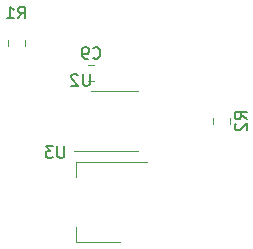
<source format=gbr>
G04 #@! TF.GenerationSoftware,KiCad,Pcbnew,(5.1.4)-1*
G04 #@! TF.CreationDate,2020-02-16T18:27:32-05:00*
G04 #@! TF.ProjectId,Psyduck,50737964-7563-46b2-9e6b-696361645f70,rev?*
G04 #@! TF.SameCoordinates,Original*
G04 #@! TF.FileFunction,Legend,Bot*
G04 #@! TF.FilePolarity,Positive*
%FSLAX46Y46*%
G04 Gerber Fmt 4.6, Leading zero omitted, Abs format (unit mm)*
G04 Created by KiCad (PCBNEW (5.1.4)-1) date 2020-02-16 18:27:32*
%MOMM*%
%LPD*%
G04 APERTURE LIST*
%ADD10C,0.120000*%
%ADD11C,0.150000*%
G04 APERTURE END LIST*
D10*
X37218252Y-21411000D02*
X36695748Y-21411000D01*
X37218252Y-19991000D02*
X36695748Y-19991000D01*
X47296000Y-25026252D02*
X47296000Y-24503748D01*
X48716000Y-25026252D02*
X48716000Y-24503748D01*
X41667000Y-28213000D02*
X35657000Y-28213000D01*
X39417000Y-35033000D02*
X35657000Y-35033000D01*
X35657000Y-28213000D02*
X35657000Y-29473000D01*
X35657000Y-35033000D02*
X35657000Y-33773000D01*
X38927000Y-27325000D02*
X35477000Y-27325000D01*
X38927000Y-27325000D02*
X40877000Y-27325000D01*
X38927000Y-22205000D02*
X36977000Y-22205000D01*
X38927000Y-22205000D02*
X40877000Y-22205000D01*
X29897000Y-18431252D02*
X29897000Y-17908748D01*
X31317000Y-18431252D02*
X31317000Y-17908748D01*
D11*
X37123666Y-19408142D02*
X37171285Y-19455761D01*
X37314142Y-19503380D01*
X37409380Y-19503380D01*
X37552238Y-19455761D01*
X37647476Y-19360523D01*
X37695095Y-19265285D01*
X37742714Y-19074809D01*
X37742714Y-18931952D01*
X37695095Y-18741476D01*
X37647476Y-18646238D01*
X37552238Y-18551000D01*
X37409380Y-18503380D01*
X37314142Y-18503380D01*
X37171285Y-18551000D01*
X37123666Y-18598619D01*
X36647476Y-19503380D02*
X36457000Y-19503380D01*
X36361761Y-19455761D01*
X36314142Y-19408142D01*
X36218904Y-19265285D01*
X36171285Y-19074809D01*
X36171285Y-18693857D01*
X36218904Y-18598619D01*
X36266523Y-18551000D01*
X36361761Y-18503380D01*
X36552238Y-18503380D01*
X36647476Y-18551000D01*
X36695095Y-18598619D01*
X36742714Y-18693857D01*
X36742714Y-18931952D01*
X36695095Y-19027190D01*
X36647476Y-19074809D01*
X36552238Y-19122428D01*
X36361761Y-19122428D01*
X36266523Y-19074809D01*
X36218904Y-19027190D01*
X36171285Y-18931952D01*
X50108380Y-24598333D02*
X49632190Y-24265000D01*
X50108380Y-24026904D02*
X49108380Y-24026904D01*
X49108380Y-24407857D01*
X49156000Y-24503095D01*
X49203619Y-24550714D01*
X49298857Y-24598333D01*
X49441714Y-24598333D01*
X49536952Y-24550714D01*
X49584571Y-24503095D01*
X49632190Y-24407857D01*
X49632190Y-24026904D01*
X49203619Y-24979285D02*
X49156000Y-25026904D01*
X49108380Y-25122142D01*
X49108380Y-25360238D01*
X49156000Y-25455476D01*
X49203619Y-25503095D01*
X49298857Y-25550714D01*
X49394095Y-25550714D01*
X49536952Y-25503095D01*
X50108380Y-24931666D01*
X50108380Y-25550714D01*
X34670904Y-26884380D02*
X34670904Y-27693904D01*
X34623285Y-27789142D01*
X34575666Y-27836761D01*
X34480428Y-27884380D01*
X34289952Y-27884380D01*
X34194714Y-27836761D01*
X34147095Y-27789142D01*
X34099476Y-27693904D01*
X34099476Y-26884380D01*
X33718523Y-26884380D02*
X33099476Y-26884380D01*
X33432809Y-27265333D01*
X33289952Y-27265333D01*
X33194714Y-27312952D01*
X33147095Y-27360571D01*
X33099476Y-27455809D01*
X33099476Y-27693904D01*
X33147095Y-27789142D01*
X33194714Y-27836761D01*
X33289952Y-27884380D01*
X33575666Y-27884380D01*
X33670904Y-27836761D01*
X33718523Y-27789142D01*
X36829904Y-20788380D02*
X36829904Y-21597904D01*
X36782285Y-21693142D01*
X36734666Y-21740761D01*
X36639428Y-21788380D01*
X36448952Y-21788380D01*
X36353714Y-21740761D01*
X36306095Y-21693142D01*
X36258476Y-21597904D01*
X36258476Y-20788380D01*
X35829904Y-20883619D02*
X35782285Y-20836000D01*
X35687047Y-20788380D01*
X35448952Y-20788380D01*
X35353714Y-20836000D01*
X35306095Y-20883619D01*
X35258476Y-20978857D01*
X35258476Y-21074095D01*
X35306095Y-21216952D01*
X35877523Y-21788380D01*
X35258476Y-21788380D01*
X30773666Y-16073380D02*
X31107000Y-15597190D01*
X31345095Y-16073380D02*
X31345095Y-15073380D01*
X30964142Y-15073380D01*
X30868904Y-15121000D01*
X30821285Y-15168619D01*
X30773666Y-15263857D01*
X30773666Y-15406714D01*
X30821285Y-15501952D01*
X30868904Y-15549571D01*
X30964142Y-15597190D01*
X31345095Y-15597190D01*
X29821285Y-16073380D02*
X30392714Y-16073380D01*
X30107000Y-16073380D02*
X30107000Y-15073380D01*
X30202238Y-15216238D01*
X30297476Y-15311476D01*
X30392714Y-15359095D01*
M02*

</source>
